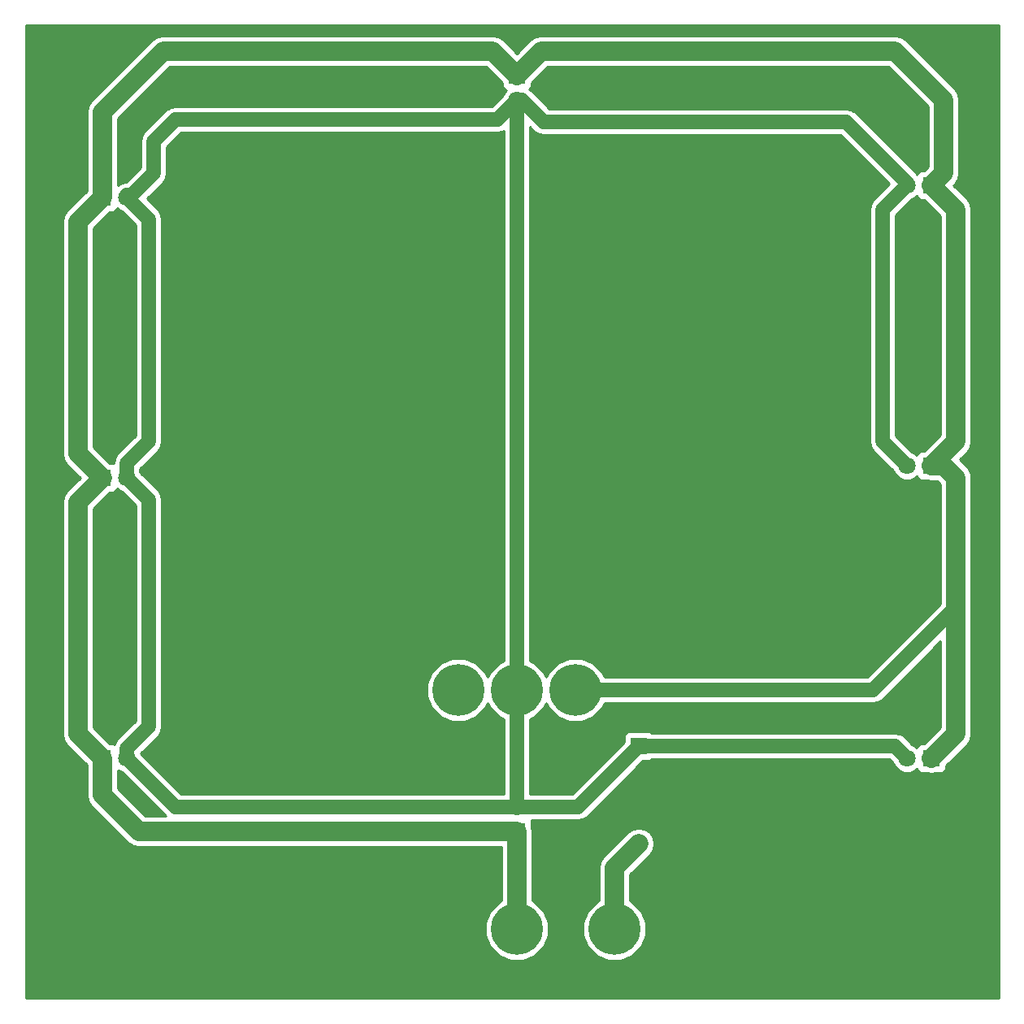
<source format=gbr>
G04 #@! TF.FileFunction,Copper,L1,Top,Signal*
%FSLAX46Y46*%
G04 Gerber Fmt 4.6, Leading zero omitted, Abs format (unit mm)*
G04 Created by KiCad (PCBNEW 4.0.7) date 02/19/18 20:18:52*
%MOMM*%
%LPD*%
G01*
G04 APERTURE LIST*
%ADD10C,0.100000*%
%ADD11R,1.800000X1.800000*%
%ADD12C,1.800000*%
%ADD13O,1.800000X1.800000*%
%ADD14C,5.400000*%
%ADD15C,1.500000*%
%ADD16C,2.000000*%
%ADD17C,0.254000*%
G04 APERTURE END LIST*
D10*
D11*
X151130000Y-48006000D03*
D12*
X151130000Y-50546000D03*
D11*
X107950000Y-60706000D03*
D12*
X110490000Y-60706000D03*
D11*
X107950000Y-89916000D03*
D12*
X110490000Y-89916000D03*
D11*
X107950000Y-119126000D03*
D12*
X110490000Y-119126000D03*
D11*
X163830000Y-117856000D03*
D13*
X163830000Y-128016000D03*
D11*
X194310000Y-59436000D03*
D12*
X191770000Y-59436000D03*
D11*
X194310000Y-88646000D03*
D12*
X191770000Y-88646000D03*
D11*
X194310000Y-119126000D03*
D12*
X191770000Y-119126000D03*
D11*
X151130000Y-126746000D03*
D12*
X151130000Y-124206000D03*
D14*
X157226000Y-112014000D03*
X161290000Y-136906000D03*
X145034000Y-112014000D03*
X151130000Y-136906000D03*
X151130000Y-112014000D03*
D15*
X157226000Y-112014000D02*
X188214000Y-112014000D01*
X188214000Y-112014000D02*
X196850000Y-103378000D01*
X156972000Y-112014000D02*
X156718000Y-111760000D01*
D16*
X151130000Y-126746000D02*
X111760000Y-126746000D01*
X107950000Y-122936000D02*
X107950000Y-119126000D01*
X111760000Y-126746000D02*
X107950000Y-122936000D01*
X107950000Y-119126000D02*
X105410000Y-116586000D01*
X105410000Y-92456000D02*
X107950000Y-89916000D01*
X105410000Y-116586000D02*
X105410000Y-92456000D01*
X107950000Y-89916000D02*
X105410000Y-87376000D01*
X105410000Y-87376000D02*
X105410000Y-63246000D01*
X105410000Y-63246000D02*
X107950000Y-60706000D01*
X107950000Y-60706000D02*
X107950000Y-51816000D01*
X107950000Y-51816000D02*
X114300000Y-45466000D01*
X114300000Y-45466000D02*
X148590000Y-45466000D01*
X148590000Y-45466000D02*
X151130000Y-48006000D01*
X151130000Y-48006000D02*
X153670000Y-45466000D01*
X153670000Y-45466000D02*
X190500000Y-45466000D01*
X190500000Y-45466000D02*
X195580000Y-50546000D01*
X195580000Y-50546000D02*
X195580000Y-58166000D01*
X195580000Y-58166000D02*
X194310000Y-59436000D01*
X194310000Y-59436000D02*
X196850000Y-61976000D01*
X196850000Y-61976000D02*
X196850000Y-86106000D01*
X196850000Y-86106000D02*
X194310000Y-88646000D01*
X194310000Y-88646000D02*
X195580000Y-88646000D01*
X196850000Y-94488000D02*
X196850000Y-103378000D01*
X196850000Y-89916000D02*
X196850000Y-94488000D01*
X195580000Y-88646000D02*
X196850000Y-89916000D01*
X196850000Y-103378000D02*
X196850000Y-116586000D01*
X196850000Y-116586000D02*
X194310000Y-119126000D01*
X151130000Y-136906000D02*
X151130000Y-126746000D01*
D15*
X151130000Y-112014000D02*
X151130000Y-50546000D01*
X110490000Y-119126000D02*
X110490000Y-118110000D01*
X112776000Y-92202000D02*
X110490000Y-89916000D01*
X112776000Y-115824000D02*
X112776000Y-92202000D01*
X110490000Y-118110000D02*
X112776000Y-115824000D01*
X110490000Y-89916000D02*
X110490000Y-88392000D01*
X112776000Y-62992000D02*
X110490000Y-60706000D01*
X112776000Y-86106000D02*
X112776000Y-62992000D01*
X110490000Y-88392000D02*
X112776000Y-86106000D01*
X189230000Y-86106000D02*
X191770000Y-88646000D01*
X189230000Y-61976000D02*
X189230000Y-86106000D01*
X191770000Y-59436000D02*
X189230000Y-61976000D01*
X191770000Y-59182000D02*
X191770000Y-59436000D01*
X185420000Y-52832000D02*
X191770000Y-59182000D01*
X153924000Y-52832000D02*
X185420000Y-52832000D01*
X151638000Y-50546000D02*
X153924000Y-52832000D01*
X151130000Y-50546000D02*
X151638000Y-50546000D01*
X149098000Y-52578000D02*
X151130000Y-50546000D01*
X110744000Y-60706000D02*
X113284000Y-58166000D01*
X113284000Y-58166000D02*
X113284000Y-54864000D01*
X113284000Y-54864000D02*
X115570000Y-52578000D01*
X115570000Y-52578000D02*
X149098000Y-52578000D01*
X110490000Y-60706000D02*
X110744000Y-60706000D01*
X151130000Y-124206000D02*
X115570000Y-124206000D01*
X115570000Y-124206000D02*
X110490000Y-119126000D01*
X151130000Y-124206000D02*
X150876000Y-124206000D01*
X110490000Y-60706000D02*
X110490000Y-60452000D01*
X163830000Y-117856000D02*
X190500000Y-117856000D01*
X190500000Y-117856000D02*
X191770000Y-119126000D01*
X151130000Y-124206000D02*
X157480000Y-124206000D01*
X157480000Y-124206000D02*
X163830000Y-117856000D01*
X151130000Y-124206000D02*
X151130000Y-112014000D01*
D16*
X161290000Y-136906000D02*
X161290000Y-130556000D01*
X161290000Y-130556000D02*
X163830000Y-128016000D01*
D17*
G36*
X201295000Y-144145000D02*
X99949000Y-144145000D01*
X99949000Y-63246000D01*
X103774999Y-63246000D01*
X103775000Y-63246005D01*
X103775000Y-87375995D01*
X103774999Y-87376000D01*
X103899457Y-88001688D01*
X104253880Y-88532120D01*
X105637761Y-89916000D01*
X104253880Y-91299880D01*
X103899457Y-91830312D01*
X103774999Y-92456000D01*
X103775000Y-92456005D01*
X103775000Y-116585995D01*
X103774999Y-116586000D01*
X103899457Y-117211688D01*
X104253880Y-117742120D01*
X106315000Y-119803239D01*
X106315000Y-122935995D01*
X106314999Y-122936000D01*
X106439457Y-123561688D01*
X106793880Y-124092120D01*
X110603878Y-127902117D01*
X110603880Y-127902120D01*
X110915130Y-128110090D01*
X111134313Y-128256543D01*
X111760000Y-128381001D01*
X111760005Y-128381000D01*
X149495000Y-128381000D01*
X149495000Y-133973093D01*
X149243342Y-134077076D01*
X148304373Y-135014407D01*
X147795580Y-136239717D01*
X147794422Y-137566462D01*
X148301076Y-138792658D01*
X149238407Y-139731627D01*
X150463717Y-140240420D01*
X151790462Y-140241578D01*
X153016658Y-139734924D01*
X153955627Y-138797593D01*
X154464420Y-137572283D01*
X154464425Y-137566462D01*
X157954422Y-137566462D01*
X158461076Y-138792658D01*
X159398407Y-139731627D01*
X160623717Y-140240420D01*
X161950462Y-140241578D01*
X163176658Y-139734924D01*
X164115627Y-138797593D01*
X164624420Y-137572283D01*
X164625578Y-136245538D01*
X164118924Y-135019342D01*
X163181593Y-134080373D01*
X162925000Y-133973826D01*
X162925000Y-131233240D01*
X164986119Y-129172120D01*
X165340542Y-128641688D01*
X165465000Y-128016000D01*
X165340542Y-127390313D01*
X164986119Y-126859881D01*
X164455687Y-126505458D01*
X163830000Y-126381000D01*
X163204312Y-126505458D01*
X162673880Y-126859881D01*
X160133880Y-129399880D01*
X159779457Y-129930312D01*
X159654999Y-130556000D01*
X159655000Y-130556005D01*
X159655000Y-133973093D01*
X159403342Y-134077076D01*
X158464373Y-135014407D01*
X157955580Y-136239717D01*
X157954422Y-137566462D01*
X154464425Y-137566462D01*
X154465578Y-136245538D01*
X153958924Y-135019342D01*
X153021593Y-134080373D01*
X152765000Y-133973826D01*
X152765000Y-126746000D01*
X152677440Y-126305807D01*
X152677440Y-125846000D01*
X152633162Y-125610683D01*
X152620496Y-125591000D01*
X157480000Y-125591000D01*
X158010017Y-125485573D01*
X158459343Y-125185343D01*
X164241246Y-119403440D01*
X164730000Y-119403440D01*
X164965317Y-119359162D01*
X165148946Y-119241000D01*
X189926314Y-119241000D01*
X190318830Y-119633516D01*
X190467932Y-119994371D01*
X190899357Y-120426551D01*
X191463330Y-120660733D01*
X192073991Y-120661265D01*
X192638371Y-120428068D01*
X192806613Y-120260120D01*
X192806838Y-120261317D01*
X192945910Y-120477441D01*
X193158110Y-120622431D01*
X193410000Y-120673440D01*
X193869804Y-120673440D01*
X194310000Y-120761001D01*
X194750196Y-120673440D01*
X195210000Y-120673440D01*
X195445317Y-120629162D01*
X195661441Y-120490090D01*
X195806431Y-120277890D01*
X195857440Y-120026000D01*
X195857440Y-119890800D01*
X198006117Y-117742122D01*
X198006120Y-117742120D01*
X198360543Y-117211687D01*
X198485000Y-116586000D01*
X198485000Y-89916000D01*
X198424532Y-89612009D01*
X198360543Y-89290312D01*
X198177253Y-89016000D01*
X198006120Y-88759880D01*
X198006117Y-88759878D01*
X197257239Y-88011000D01*
X198006117Y-87262122D01*
X198006120Y-87262120D01*
X198360543Y-86731687D01*
X198485000Y-86106000D01*
X198485000Y-61976000D01*
X198360543Y-61350313D01*
X198006120Y-60819880D01*
X198006117Y-60819878D01*
X196622239Y-59436000D01*
X196736117Y-59322122D01*
X196736120Y-59322120D01*
X196948581Y-59004149D01*
X197090543Y-58791688D01*
X197215000Y-58166000D01*
X197215000Y-50546005D01*
X197215001Y-50546000D01*
X197090543Y-49920312D01*
X196736120Y-49389880D01*
X191656120Y-44309880D01*
X191125688Y-43955457D01*
X190500000Y-43830999D01*
X190499995Y-43831000D01*
X153670000Y-43831000D01*
X153044313Y-43955457D01*
X152513880Y-44309880D01*
X152513878Y-44309883D01*
X151130000Y-45693761D01*
X149746120Y-44309880D01*
X149215688Y-43955457D01*
X148590000Y-43830999D01*
X148589995Y-43831000D01*
X114300000Y-43831000D01*
X113674312Y-43955457D01*
X113143880Y-44309880D01*
X106793880Y-50659880D01*
X106439457Y-51190312D01*
X106314999Y-51816000D01*
X106315000Y-51816005D01*
X106315000Y-60028761D01*
X104253880Y-62089880D01*
X103899457Y-62620312D01*
X103774999Y-63246000D01*
X99949000Y-63246000D01*
X99949000Y-42799000D01*
X201295000Y-42799000D01*
X201295000Y-144145000D01*
X201295000Y-144145000D01*
G37*
X201295000Y-144145000D02*
X99949000Y-144145000D01*
X99949000Y-63246000D01*
X103774999Y-63246000D01*
X103775000Y-63246005D01*
X103775000Y-87375995D01*
X103774999Y-87376000D01*
X103899457Y-88001688D01*
X104253880Y-88532120D01*
X105637761Y-89916000D01*
X104253880Y-91299880D01*
X103899457Y-91830312D01*
X103774999Y-92456000D01*
X103775000Y-92456005D01*
X103775000Y-116585995D01*
X103774999Y-116586000D01*
X103899457Y-117211688D01*
X104253880Y-117742120D01*
X106315000Y-119803239D01*
X106315000Y-122935995D01*
X106314999Y-122936000D01*
X106439457Y-123561688D01*
X106793880Y-124092120D01*
X110603878Y-127902117D01*
X110603880Y-127902120D01*
X110915130Y-128110090D01*
X111134313Y-128256543D01*
X111760000Y-128381001D01*
X111760005Y-128381000D01*
X149495000Y-128381000D01*
X149495000Y-133973093D01*
X149243342Y-134077076D01*
X148304373Y-135014407D01*
X147795580Y-136239717D01*
X147794422Y-137566462D01*
X148301076Y-138792658D01*
X149238407Y-139731627D01*
X150463717Y-140240420D01*
X151790462Y-140241578D01*
X153016658Y-139734924D01*
X153955627Y-138797593D01*
X154464420Y-137572283D01*
X154464425Y-137566462D01*
X157954422Y-137566462D01*
X158461076Y-138792658D01*
X159398407Y-139731627D01*
X160623717Y-140240420D01*
X161950462Y-140241578D01*
X163176658Y-139734924D01*
X164115627Y-138797593D01*
X164624420Y-137572283D01*
X164625578Y-136245538D01*
X164118924Y-135019342D01*
X163181593Y-134080373D01*
X162925000Y-133973826D01*
X162925000Y-131233240D01*
X164986119Y-129172120D01*
X165340542Y-128641688D01*
X165465000Y-128016000D01*
X165340542Y-127390313D01*
X164986119Y-126859881D01*
X164455687Y-126505458D01*
X163830000Y-126381000D01*
X163204312Y-126505458D01*
X162673880Y-126859881D01*
X160133880Y-129399880D01*
X159779457Y-129930312D01*
X159654999Y-130556000D01*
X159655000Y-130556005D01*
X159655000Y-133973093D01*
X159403342Y-134077076D01*
X158464373Y-135014407D01*
X157955580Y-136239717D01*
X157954422Y-137566462D01*
X154464425Y-137566462D01*
X154465578Y-136245538D01*
X153958924Y-135019342D01*
X153021593Y-134080373D01*
X152765000Y-133973826D01*
X152765000Y-126746000D01*
X152677440Y-126305807D01*
X152677440Y-125846000D01*
X152633162Y-125610683D01*
X152620496Y-125591000D01*
X157480000Y-125591000D01*
X158010017Y-125485573D01*
X158459343Y-125185343D01*
X164241246Y-119403440D01*
X164730000Y-119403440D01*
X164965317Y-119359162D01*
X165148946Y-119241000D01*
X189926314Y-119241000D01*
X190318830Y-119633516D01*
X190467932Y-119994371D01*
X190899357Y-120426551D01*
X191463330Y-120660733D01*
X192073991Y-120661265D01*
X192638371Y-120428068D01*
X192806613Y-120260120D01*
X192806838Y-120261317D01*
X192945910Y-120477441D01*
X193158110Y-120622431D01*
X193410000Y-120673440D01*
X193869804Y-120673440D01*
X194310000Y-120761001D01*
X194750196Y-120673440D01*
X195210000Y-120673440D01*
X195445317Y-120629162D01*
X195661441Y-120490090D01*
X195806431Y-120277890D01*
X195857440Y-120026000D01*
X195857440Y-119890800D01*
X198006117Y-117742122D01*
X198006120Y-117742120D01*
X198360543Y-117211687D01*
X198485000Y-116586000D01*
X198485000Y-89916000D01*
X198424532Y-89612009D01*
X198360543Y-89290312D01*
X198177253Y-89016000D01*
X198006120Y-88759880D01*
X198006117Y-88759878D01*
X197257239Y-88011000D01*
X198006117Y-87262122D01*
X198006120Y-87262120D01*
X198360543Y-86731687D01*
X198485000Y-86106000D01*
X198485000Y-61976000D01*
X198360543Y-61350313D01*
X198006120Y-60819880D01*
X198006117Y-60819878D01*
X196622239Y-59436000D01*
X196736117Y-59322122D01*
X196736120Y-59322120D01*
X196948581Y-59004149D01*
X197090543Y-58791688D01*
X197215000Y-58166000D01*
X197215000Y-50546005D01*
X197215001Y-50546000D01*
X197090543Y-49920312D01*
X196736120Y-49389880D01*
X191656120Y-44309880D01*
X191125688Y-43955457D01*
X190500000Y-43830999D01*
X190499995Y-43831000D01*
X153670000Y-43831000D01*
X153044313Y-43955457D01*
X152513880Y-44309880D01*
X152513878Y-44309883D01*
X151130000Y-45693761D01*
X149746120Y-44309880D01*
X149215688Y-43955457D01*
X148590000Y-43830999D01*
X148589995Y-43831000D01*
X114300000Y-43831000D01*
X113674312Y-43955457D01*
X113143880Y-44309880D01*
X106793880Y-50659880D01*
X106439457Y-51190312D01*
X106314999Y-51816000D01*
X106315000Y-51816005D01*
X106315000Y-60028761D01*
X104253880Y-62089880D01*
X103899457Y-62620312D01*
X103774999Y-63246000D01*
X99949000Y-63246000D01*
X99949000Y-42799000D01*
X201295000Y-42799000D01*
X201295000Y-144145000D01*
G36*
X109619357Y-120426551D02*
X109982765Y-120577451D01*
X114516314Y-125111000D01*
X112437239Y-125111000D01*
X109585000Y-122258760D01*
X109585000Y-120392134D01*
X109619357Y-120426551D01*
X109619357Y-120426551D01*
G37*
X109619357Y-120426551D02*
X109982765Y-120577451D01*
X114516314Y-125111000D01*
X112437239Y-125111000D01*
X109585000Y-122258760D01*
X109585000Y-120392134D01*
X109619357Y-120426551D01*
G36*
X195215000Y-115908761D02*
X193545200Y-117578560D01*
X193410000Y-117578560D01*
X193174683Y-117622838D01*
X192958559Y-117761910D01*
X192813569Y-117974110D01*
X192809433Y-117994534D01*
X192640643Y-117825449D01*
X192277235Y-117674549D01*
X191479343Y-116876657D01*
X191221108Y-116704110D01*
X191030017Y-116576427D01*
X190500000Y-116471000D01*
X165144975Y-116471000D01*
X164981890Y-116359569D01*
X164730000Y-116308560D01*
X162930000Y-116308560D01*
X162694683Y-116352838D01*
X162478559Y-116491910D01*
X162333569Y-116704110D01*
X162282560Y-116956000D01*
X162282560Y-117444754D01*
X156906314Y-122821000D01*
X152515000Y-122821000D01*
X152515000Y-115050205D01*
X153016658Y-114842924D01*
X153955627Y-113905593D01*
X154177918Y-113370256D01*
X154397076Y-113900658D01*
X155334407Y-114839627D01*
X156559717Y-115348420D01*
X157886462Y-115349578D01*
X159112658Y-114842924D01*
X160051627Y-113905593D01*
X160261983Y-113399000D01*
X188214000Y-113399000D01*
X188744017Y-113293573D01*
X189193343Y-112993343D01*
X195215000Y-106971686D01*
X195215000Y-115908761D01*
X195215000Y-115908761D01*
G37*
X195215000Y-115908761D02*
X193545200Y-117578560D01*
X193410000Y-117578560D01*
X193174683Y-117622838D01*
X192958559Y-117761910D01*
X192813569Y-117974110D01*
X192809433Y-117994534D01*
X192640643Y-117825449D01*
X192277235Y-117674549D01*
X191479343Y-116876657D01*
X191221108Y-116704110D01*
X191030017Y-116576427D01*
X190500000Y-116471000D01*
X165144975Y-116471000D01*
X164981890Y-116359569D01*
X164730000Y-116308560D01*
X162930000Y-116308560D01*
X162694683Y-116352838D01*
X162478559Y-116491910D01*
X162333569Y-116704110D01*
X162282560Y-116956000D01*
X162282560Y-117444754D01*
X156906314Y-122821000D01*
X152515000Y-122821000D01*
X152515000Y-115050205D01*
X153016658Y-114842924D01*
X153955627Y-113905593D01*
X154177918Y-113370256D01*
X154397076Y-113900658D01*
X155334407Y-114839627D01*
X156559717Y-115348420D01*
X157886462Y-115349578D01*
X159112658Y-114842924D01*
X160051627Y-113905593D01*
X160261983Y-113399000D01*
X188214000Y-113399000D01*
X188744017Y-113293573D01*
X189193343Y-112993343D01*
X195215000Y-106971686D01*
X195215000Y-115908761D01*
G36*
X149745000Y-108977795D02*
X149243342Y-109185076D01*
X148304373Y-110122407D01*
X148082082Y-110657744D01*
X147862924Y-110127342D01*
X146925593Y-109188373D01*
X145700283Y-108679580D01*
X144373538Y-108678422D01*
X143147342Y-109185076D01*
X142208373Y-110122407D01*
X141699580Y-111347717D01*
X141698422Y-112674462D01*
X142205076Y-113900658D01*
X143142407Y-114839627D01*
X144367717Y-115348420D01*
X145694462Y-115349578D01*
X146920658Y-114842924D01*
X147859627Y-113905593D01*
X148081918Y-113370256D01*
X148301076Y-113900658D01*
X149238407Y-114839627D01*
X149745000Y-115049983D01*
X149745000Y-122821000D01*
X116143686Y-122821000D01*
X111941170Y-118618484D01*
X111940887Y-118617799D01*
X113755343Y-116803343D01*
X113954984Y-116504559D01*
X114055573Y-116354017D01*
X114161000Y-115824000D01*
X114161000Y-92202000D01*
X114055573Y-91671983D01*
X113755343Y-91222657D01*
X111941170Y-89408484D01*
X111875000Y-89248340D01*
X111875000Y-88965686D01*
X113755343Y-87085343D01*
X113807690Y-87007000D01*
X114055573Y-86636017D01*
X114161000Y-86106000D01*
X114161000Y-62992000D01*
X114055573Y-62461983D01*
X113755343Y-62012657D01*
X112575686Y-60833000D01*
X114263343Y-59145343D01*
X114315690Y-59067000D01*
X114563573Y-58696017D01*
X114669000Y-58166000D01*
X114669000Y-55437686D01*
X116143686Y-53963000D01*
X149098000Y-53963000D01*
X149628017Y-53857573D01*
X149745000Y-53779407D01*
X149745000Y-108977795D01*
X149745000Y-108977795D01*
G37*
X149745000Y-108977795D02*
X149243342Y-109185076D01*
X148304373Y-110122407D01*
X148082082Y-110657744D01*
X147862924Y-110127342D01*
X146925593Y-109188373D01*
X145700283Y-108679580D01*
X144373538Y-108678422D01*
X143147342Y-109185076D01*
X142208373Y-110122407D01*
X141699580Y-111347717D01*
X141698422Y-112674462D01*
X142205076Y-113900658D01*
X143142407Y-114839627D01*
X144367717Y-115348420D01*
X145694462Y-115349578D01*
X146920658Y-114842924D01*
X147859627Y-113905593D01*
X148081918Y-113370256D01*
X148301076Y-113900658D01*
X149238407Y-114839627D01*
X149745000Y-115049983D01*
X149745000Y-122821000D01*
X116143686Y-122821000D01*
X111941170Y-118618484D01*
X111940887Y-118617799D01*
X113755343Y-116803343D01*
X113954984Y-116504559D01*
X114055573Y-116354017D01*
X114161000Y-115824000D01*
X114161000Y-92202000D01*
X114055573Y-91671983D01*
X113755343Y-91222657D01*
X111941170Y-89408484D01*
X111875000Y-89248340D01*
X111875000Y-88965686D01*
X113755343Y-87085343D01*
X113807690Y-87007000D01*
X114055573Y-86636017D01*
X114161000Y-86106000D01*
X114161000Y-62992000D01*
X114055573Y-62461983D01*
X113755343Y-62012657D01*
X112575686Y-60833000D01*
X114263343Y-59145343D01*
X114315690Y-59067000D01*
X114563573Y-58696017D01*
X114669000Y-58166000D01*
X114669000Y-55437686D01*
X116143686Y-53963000D01*
X149098000Y-53963000D01*
X149628017Y-53857573D01*
X149745000Y-53779407D01*
X149745000Y-108977795D01*
G36*
X109619357Y-91216551D02*
X109982765Y-91367451D01*
X111391000Y-92775686D01*
X111391000Y-115250314D01*
X109510657Y-117130657D01*
X109210427Y-117579983D01*
X109188757Y-117688923D01*
X109101890Y-117629569D01*
X108850000Y-117578560D01*
X108714799Y-117578560D01*
X107045000Y-115908760D01*
X107045000Y-93133240D01*
X108714799Y-91463440D01*
X108850000Y-91463440D01*
X109085317Y-91419162D01*
X109301441Y-91280090D01*
X109446431Y-91067890D01*
X109450567Y-91047466D01*
X109619357Y-91216551D01*
X109619357Y-91216551D01*
G37*
X109619357Y-91216551D02*
X109982765Y-91367451D01*
X111391000Y-92775686D01*
X111391000Y-115250314D01*
X109510657Y-117130657D01*
X109210427Y-117579983D01*
X109188757Y-117688923D01*
X109101890Y-117629569D01*
X108850000Y-117578560D01*
X108714799Y-117578560D01*
X107045000Y-115908760D01*
X107045000Y-93133240D01*
X108714799Y-91463440D01*
X108850000Y-91463440D01*
X109085317Y-91419162D01*
X109301441Y-91280090D01*
X109446431Y-91067890D01*
X109450567Y-91047466D01*
X109619357Y-91216551D01*
G36*
X152944657Y-53811343D02*
X153393983Y-54111573D01*
X153924000Y-54217000D01*
X184846314Y-54217000D01*
X189938314Y-59309000D01*
X188250657Y-60996657D01*
X187950427Y-61445983D01*
X187845000Y-61976000D01*
X187845000Y-86106000D01*
X187950427Y-86636017D01*
X188198310Y-87007000D01*
X188250657Y-87085343D01*
X190318830Y-89153516D01*
X190467932Y-89514371D01*
X190899357Y-89946551D01*
X191463330Y-90180733D01*
X192073991Y-90181265D01*
X192638371Y-89948068D01*
X192806613Y-89780120D01*
X192806838Y-89781317D01*
X192945910Y-89997441D01*
X193158110Y-90142431D01*
X193410000Y-90193440D01*
X193869804Y-90193440D01*
X194310000Y-90281001D01*
X194310005Y-90281000D01*
X194902760Y-90281000D01*
X195215000Y-90593239D01*
X195215000Y-103054314D01*
X187640314Y-110629000D01*
X160262205Y-110629000D01*
X160054924Y-110127342D01*
X159117593Y-109188373D01*
X157892283Y-108679580D01*
X156565538Y-108678422D01*
X155339342Y-109185076D01*
X154400373Y-110122407D01*
X154178082Y-110657744D01*
X153958924Y-110127342D01*
X153021593Y-109188373D01*
X152515000Y-108978017D01*
X152515000Y-53381686D01*
X152944657Y-53811343D01*
X152944657Y-53811343D01*
G37*
X152944657Y-53811343D02*
X153393983Y-54111573D01*
X153924000Y-54217000D01*
X184846314Y-54217000D01*
X189938314Y-59309000D01*
X188250657Y-60996657D01*
X187950427Y-61445983D01*
X187845000Y-61976000D01*
X187845000Y-86106000D01*
X187950427Y-86636017D01*
X188198310Y-87007000D01*
X188250657Y-87085343D01*
X190318830Y-89153516D01*
X190467932Y-89514371D01*
X190899357Y-89946551D01*
X191463330Y-90180733D01*
X192073991Y-90181265D01*
X192638371Y-89948068D01*
X192806613Y-89780120D01*
X192806838Y-89781317D01*
X192945910Y-89997441D01*
X193158110Y-90142431D01*
X193410000Y-90193440D01*
X193869804Y-90193440D01*
X194310000Y-90281001D01*
X194310005Y-90281000D01*
X194902760Y-90281000D01*
X195215000Y-90593239D01*
X195215000Y-103054314D01*
X187640314Y-110629000D01*
X160262205Y-110629000D01*
X160054924Y-110127342D01*
X159117593Y-109188373D01*
X157892283Y-108679580D01*
X156565538Y-108678422D01*
X155339342Y-109185076D01*
X154400373Y-110122407D01*
X154178082Y-110657744D01*
X153958924Y-110127342D01*
X153021593Y-109188373D01*
X152515000Y-108978017D01*
X152515000Y-53381686D01*
X152944657Y-53811343D01*
G36*
X109619357Y-62006551D02*
X109982765Y-62157451D01*
X111391000Y-63565686D01*
X111391000Y-85532314D01*
X109510657Y-87412657D01*
X109210427Y-87861983D01*
X109105000Y-88392000D01*
X109105000Y-88421694D01*
X109101890Y-88419569D01*
X108850000Y-88368560D01*
X108714799Y-88368560D01*
X107045000Y-86698760D01*
X107045000Y-63923240D01*
X108714799Y-62253440D01*
X108850000Y-62253440D01*
X109085317Y-62209162D01*
X109301441Y-62070090D01*
X109446431Y-61857890D01*
X109450567Y-61837466D01*
X109619357Y-62006551D01*
X109619357Y-62006551D01*
G37*
X109619357Y-62006551D02*
X109982765Y-62157451D01*
X111391000Y-63565686D01*
X111391000Y-85532314D01*
X109510657Y-87412657D01*
X109210427Y-87861983D01*
X109105000Y-88392000D01*
X109105000Y-88421694D01*
X109101890Y-88419569D01*
X108850000Y-88368560D01*
X108714799Y-88368560D01*
X107045000Y-86698760D01*
X107045000Y-63923240D01*
X108714799Y-62253440D01*
X108850000Y-62253440D01*
X109085317Y-62209162D01*
X109301441Y-62070090D01*
X109446431Y-61857890D01*
X109450567Y-61837466D01*
X109619357Y-62006551D01*
G36*
X192806838Y-60571317D02*
X192945910Y-60787441D01*
X193158110Y-60932431D01*
X193410000Y-60983440D01*
X193545200Y-60983440D01*
X195215000Y-62653239D01*
X195215000Y-85428761D01*
X193545200Y-87098560D01*
X193410000Y-87098560D01*
X193174683Y-87142838D01*
X192958559Y-87281910D01*
X192813569Y-87494110D01*
X192809433Y-87514534D01*
X192640643Y-87345449D01*
X192277235Y-87194549D01*
X190615000Y-85532314D01*
X190615000Y-62549686D01*
X192277516Y-60887170D01*
X192638371Y-60738068D01*
X192806613Y-60570120D01*
X192806838Y-60571317D01*
X192806838Y-60571317D01*
G37*
X192806838Y-60571317D02*
X192945910Y-60787441D01*
X193158110Y-60932431D01*
X193410000Y-60983440D01*
X193545200Y-60983440D01*
X195215000Y-62653239D01*
X195215000Y-85428761D01*
X193545200Y-87098560D01*
X193410000Y-87098560D01*
X193174683Y-87142838D01*
X192958559Y-87281910D01*
X192813569Y-87494110D01*
X192809433Y-87514534D01*
X192640643Y-87345449D01*
X192277235Y-87194549D01*
X190615000Y-85532314D01*
X190615000Y-62549686D01*
X192277516Y-60887170D01*
X192638371Y-60738068D01*
X192806613Y-60570120D01*
X192806838Y-60571317D01*
G36*
X149582560Y-48770799D02*
X149582560Y-48906000D01*
X149626838Y-49141317D01*
X149765910Y-49357441D01*
X149978110Y-49502431D01*
X149998534Y-49506567D01*
X149829449Y-49675357D01*
X149678549Y-50038765D01*
X148524314Y-51193000D01*
X115570000Y-51193000D01*
X115039983Y-51298427D01*
X114817628Y-51447000D01*
X114590657Y-51598657D01*
X112304657Y-53884657D01*
X112004427Y-54333983D01*
X111899000Y-54864000D01*
X111899000Y-57592314D01*
X110408004Y-59083310D01*
X109959983Y-59172427D01*
X109585000Y-59422983D01*
X109585000Y-52493240D01*
X114977240Y-47101000D01*
X147912760Y-47101000D01*
X149582560Y-48770799D01*
X149582560Y-48770799D01*
G37*
X149582560Y-48770799D02*
X149582560Y-48906000D01*
X149626838Y-49141317D01*
X149765910Y-49357441D01*
X149978110Y-49502431D01*
X149998534Y-49506567D01*
X149829449Y-49675357D01*
X149678549Y-50038765D01*
X148524314Y-51193000D01*
X115570000Y-51193000D01*
X115039983Y-51298427D01*
X114817628Y-51447000D01*
X114590657Y-51598657D01*
X112304657Y-53884657D01*
X112004427Y-54333983D01*
X111899000Y-54864000D01*
X111899000Y-57592314D01*
X110408004Y-59083310D01*
X109959983Y-59172427D01*
X109585000Y-59422983D01*
X109585000Y-52493240D01*
X114977240Y-47101000D01*
X147912760Y-47101000D01*
X149582560Y-48770799D01*
G36*
X193945000Y-51223240D02*
X193945000Y-57488761D01*
X193545200Y-57888560D01*
X193410000Y-57888560D01*
X193174683Y-57932838D01*
X192958559Y-58071910D01*
X192813569Y-58284110D01*
X192811290Y-58295367D01*
X192749343Y-58202657D01*
X186399343Y-51852657D01*
X186174048Y-51702120D01*
X185950017Y-51552427D01*
X185420000Y-51447000D01*
X154497686Y-51447000D01*
X152617343Y-49566657D01*
X152542342Y-49516543D01*
X152400810Y-49421974D01*
X152481441Y-49370090D01*
X152626431Y-49157890D01*
X152677440Y-48906000D01*
X152677440Y-48770800D01*
X154347239Y-47101000D01*
X189822760Y-47101000D01*
X193945000Y-51223240D01*
X193945000Y-51223240D01*
G37*
X193945000Y-51223240D02*
X193945000Y-57488761D01*
X193545200Y-57888560D01*
X193410000Y-57888560D01*
X193174683Y-57932838D01*
X192958559Y-58071910D01*
X192813569Y-58284110D01*
X192811290Y-58295367D01*
X192749343Y-58202657D01*
X186399343Y-51852657D01*
X186174048Y-51702120D01*
X185950017Y-51552427D01*
X185420000Y-51447000D01*
X154497686Y-51447000D01*
X152617343Y-49566657D01*
X152542342Y-49516543D01*
X152400810Y-49421974D01*
X152481441Y-49370090D01*
X152626431Y-49157890D01*
X152677440Y-48906000D01*
X152677440Y-48770800D01*
X154347239Y-47101000D01*
X189822760Y-47101000D01*
X193945000Y-51223240D01*
M02*

</source>
